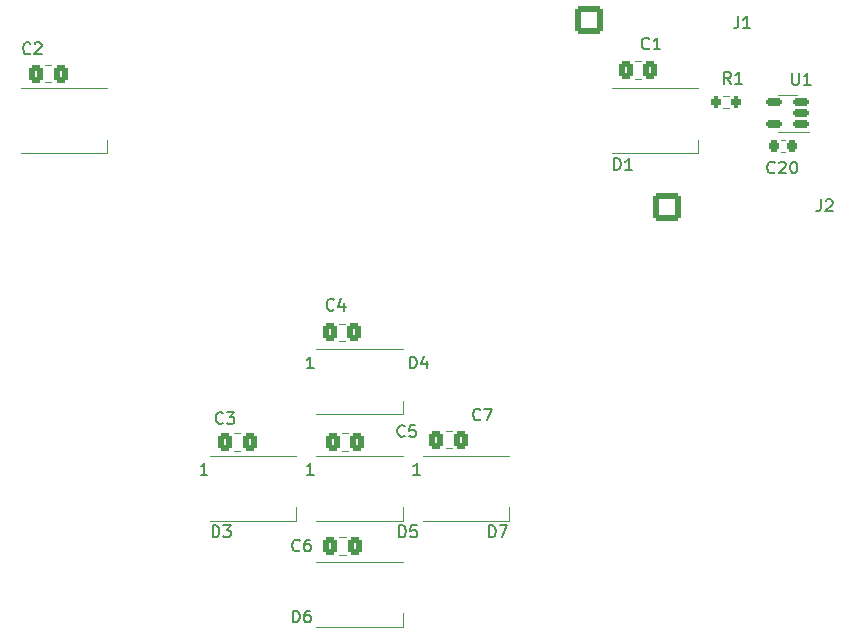
<source format=gto>
G04 #@! TF.GenerationSoftware,KiCad,Pcbnew,7.0.8*
G04 #@! TF.CreationDate,2023-10-23T18:30:09+02:00*
G04 #@! TF.ProjectId,LED_Eyes2,4c45445f-4579-4657-9332-2e6b69636164,rev?*
G04 #@! TF.SameCoordinates,Original*
G04 #@! TF.FileFunction,Legend,Top*
G04 #@! TF.FilePolarity,Positive*
%FSLAX46Y46*%
G04 Gerber Fmt 4.6, Leading zero omitted, Abs format (unit mm)*
G04 Created by KiCad (PCBNEW 7.0.8) date 2023-10-23 18:30:09*
%MOMM*%
%LPD*%
G01*
G04 APERTURE LIST*
G04 Aperture macros list*
%AMRoundRect*
0 Rectangle with rounded corners*
0 $1 Rounding radius*
0 $2 $3 $4 $5 $6 $7 $8 $9 X,Y pos of 4 corners*
0 Add a 4 corners polygon primitive as box body*
4,1,4,$2,$3,$4,$5,$6,$7,$8,$9,$2,$3,0*
0 Add four circle primitives for the rounded corners*
1,1,$1+$1,$2,$3*
1,1,$1+$1,$4,$5*
1,1,$1+$1,$6,$7*
1,1,$1+$1,$8,$9*
0 Add four rect primitives between the rounded corners*
20,1,$1+$1,$2,$3,$4,$5,0*
20,1,$1+$1,$4,$5,$6,$7,0*
20,1,$1+$1,$6,$7,$8,$9,0*
20,1,$1+$1,$8,$9,$2,$3,0*%
G04 Aperture macros list end*
%ADD10C,0.150000*%
%ADD11C,0.120000*%
%ADD12RoundRect,0.250001X-0.899999X-0.899999X0.899999X-0.899999X0.899999X0.899999X-0.899999X0.899999X0*%
%ADD13C,2.300000*%
%ADD14RoundRect,0.250000X-0.337500X-0.475000X0.337500X-0.475000X0.337500X0.475000X-0.337500X0.475000X0*%
%ADD15RoundRect,0.200000X-0.200000X-0.275000X0.200000X-0.275000X0.200000X0.275000X-0.200000X0.275000X0*%
%ADD16RoundRect,0.150000X0.512500X0.150000X-0.512500X0.150000X-0.512500X-0.150000X0.512500X-0.150000X0*%
%ADD17R,1.500000X0.900000*%
%ADD18RoundRect,0.225000X-0.225000X-0.250000X0.225000X-0.250000X0.225000X0.250000X-0.225000X0.250000X0*%
G04 APERTURE END LIST*
D10*
X179066666Y-102154819D02*
X179066666Y-102869104D01*
X179066666Y-102869104D02*
X179019047Y-103011961D01*
X179019047Y-103011961D02*
X178923809Y-103107200D01*
X178923809Y-103107200D02*
X178780952Y-103154819D01*
X178780952Y-103154819D02*
X178685714Y-103154819D01*
X179495238Y-102250057D02*
X179542857Y-102202438D01*
X179542857Y-102202438D02*
X179638095Y-102154819D01*
X179638095Y-102154819D02*
X179876190Y-102154819D01*
X179876190Y-102154819D02*
X179971428Y-102202438D01*
X179971428Y-102202438D02*
X180019047Y-102250057D01*
X180019047Y-102250057D02*
X180066666Y-102345295D01*
X180066666Y-102345295D02*
X180066666Y-102440533D01*
X180066666Y-102440533D02*
X180019047Y-102583390D01*
X180019047Y-102583390D02*
X179447619Y-103154819D01*
X179447619Y-103154819D02*
X180066666Y-103154819D01*
X137833333Y-111459580D02*
X137785714Y-111507200D01*
X137785714Y-111507200D02*
X137642857Y-111554819D01*
X137642857Y-111554819D02*
X137547619Y-111554819D01*
X137547619Y-111554819D02*
X137404762Y-111507200D01*
X137404762Y-111507200D02*
X137309524Y-111411961D01*
X137309524Y-111411961D02*
X137261905Y-111316723D01*
X137261905Y-111316723D02*
X137214286Y-111126247D01*
X137214286Y-111126247D02*
X137214286Y-110983390D01*
X137214286Y-110983390D02*
X137261905Y-110792914D01*
X137261905Y-110792914D02*
X137309524Y-110697676D01*
X137309524Y-110697676D02*
X137404762Y-110602438D01*
X137404762Y-110602438D02*
X137547619Y-110554819D01*
X137547619Y-110554819D02*
X137642857Y-110554819D01*
X137642857Y-110554819D02*
X137785714Y-110602438D01*
X137785714Y-110602438D02*
X137833333Y-110650057D01*
X138690476Y-110888152D02*
X138690476Y-111554819D01*
X138452381Y-110507200D02*
X138214286Y-111221485D01*
X138214286Y-111221485D02*
X138833333Y-111221485D01*
X171433333Y-92354819D02*
X171100000Y-91878628D01*
X170861905Y-92354819D02*
X170861905Y-91354819D01*
X170861905Y-91354819D02*
X171242857Y-91354819D01*
X171242857Y-91354819D02*
X171338095Y-91402438D01*
X171338095Y-91402438D02*
X171385714Y-91450057D01*
X171385714Y-91450057D02*
X171433333Y-91545295D01*
X171433333Y-91545295D02*
X171433333Y-91688152D01*
X171433333Y-91688152D02*
X171385714Y-91783390D01*
X171385714Y-91783390D02*
X171338095Y-91831009D01*
X171338095Y-91831009D02*
X171242857Y-91878628D01*
X171242857Y-91878628D02*
X170861905Y-91878628D01*
X172385714Y-92354819D02*
X171814286Y-92354819D01*
X172100000Y-92354819D02*
X172100000Y-91354819D01*
X172100000Y-91354819D02*
X172004762Y-91497676D01*
X172004762Y-91497676D02*
X171909524Y-91592914D01*
X171909524Y-91592914D02*
X171814286Y-91640533D01*
X176638095Y-91454819D02*
X176638095Y-92264342D01*
X176638095Y-92264342D02*
X176685714Y-92359580D01*
X176685714Y-92359580D02*
X176733333Y-92407200D01*
X176733333Y-92407200D02*
X176828571Y-92454819D01*
X176828571Y-92454819D02*
X177019047Y-92454819D01*
X177019047Y-92454819D02*
X177114285Y-92407200D01*
X177114285Y-92407200D02*
X177161904Y-92359580D01*
X177161904Y-92359580D02*
X177209523Y-92264342D01*
X177209523Y-92264342D02*
X177209523Y-91454819D01*
X178209523Y-92454819D02*
X177638095Y-92454819D01*
X177923809Y-92454819D02*
X177923809Y-91454819D01*
X177923809Y-91454819D02*
X177828571Y-91597676D01*
X177828571Y-91597676D02*
X177733333Y-91692914D01*
X177733333Y-91692914D02*
X177638095Y-91740533D01*
X134933333Y-131859580D02*
X134885714Y-131907200D01*
X134885714Y-131907200D02*
X134742857Y-131954819D01*
X134742857Y-131954819D02*
X134647619Y-131954819D01*
X134647619Y-131954819D02*
X134504762Y-131907200D01*
X134504762Y-131907200D02*
X134409524Y-131811961D01*
X134409524Y-131811961D02*
X134361905Y-131716723D01*
X134361905Y-131716723D02*
X134314286Y-131526247D01*
X134314286Y-131526247D02*
X134314286Y-131383390D01*
X134314286Y-131383390D02*
X134361905Y-131192914D01*
X134361905Y-131192914D02*
X134409524Y-131097676D01*
X134409524Y-131097676D02*
X134504762Y-131002438D01*
X134504762Y-131002438D02*
X134647619Y-130954819D01*
X134647619Y-130954819D02*
X134742857Y-130954819D01*
X134742857Y-130954819D02*
X134885714Y-131002438D01*
X134885714Y-131002438D02*
X134933333Y-131050057D01*
X135790476Y-130954819D02*
X135600000Y-130954819D01*
X135600000Y-130954819D02*
X135504762Y-131002438D01*
X135504762Y-131002438D02*
X135457143Y-131050057D01*
X135457143Y-131050057D02*
X135361905Y-131192914D01*
X135361905Y-131192914D02*
X135314286Y-131383390D01*
X135314286Y-131383390D02*
X135314286Y-131764342D01*
X135314286Y-131764342D02*
X135361905Y-131859580D01*
X135361905Y-131859580D02*
X135409524Y-131907200D01*
X135409524Y-131907200D02*
X135504762Y-131954819D01*
X135504762Y-131954819D02*
X135695238Y-131954819D01*
X135695238Y-131954819D02*
X135790476Y-131907200D01*
X135790476Y-131907200D02*
X135838095Y-131859580D01*
X135838095Y-131859580D02*
X135885714Y-131764342D01*
X135885714Y-131764342D02*
X135885714Y-131526247D01*
X135885714Y-131526247D02*
X135838095Y-131431009D01*
X135838095Y-131431009D02*
X135790476Y-131383390D01*
X135790476Y-131383390D02*
X135695238Y-131335771D01*
X135695238Y-131335771D02*
X135504762Y-131335771D01*
X135504762Y-131335771D02*
X135409524Y-131383390D01*
X135409524Y-131383390D02*
X135361905Y-131431009D01*
X135361905Y-131431009D02*
X135314286Y-131526247D01*
X150233333Y-120759580D02*
X150185714Y-120807200D01*
X150185714Y-120807200D02*
X150042857Y-120854819D01*
X150042857Y-120854819D02*
X149947619Y-120854819D01*
X149947619Y-120854819D02*
X149804762Y-120807200D01*
X149804762Y-120807200D02*
X149709524Y-120711961D01*
X149709524Y-120711961D02*
X149661905Y-120616723D01*
X149661905Y-120616723D02*
X149614286Y-120426247D01*
X149614286Y-120426247D02*
X149614286Y-120283390D01*
X149614286Y-120283390D02*
X149661905Y-120092914D01*
X149661905Y-120092914D02*
X149709524Y-119997676D01*
X149709524Y-119997676D02*
X149804762Y-119902438D01*
X149804762Y-119902438D02*
X149947619Y-119854819D01*
X149947619Y-119854819D02*
X150042857Y-119854819D01*
X150042857Y-119854819D02*
X150185714Y-119902438D01*
X150185714Y-119902438D02*
X150233333Y-119950057D01*
X150566667Y-119854819D02*
X151233333Y-119854819D01*
X151233333Y-119854819D02*
X150804762Y-120854819D01*
X172066666Y-86654819D02*
X172066666Y-87369104D01*
X172066666Y-87369104D02*
X172019047Y-87511961D01*
X172019047Y-87511961D02*
X171923809Y-87607200D01*
X171923809Y-87607200D02*
X171780952Y-87654819D01*
X171780952Y-87654819D02*
X171685714Y-87654819D01*
X173066666Y-87654819D02*
X172495238Y-87654819D01*
X172780952Y-87654819D02*
X172780952Y-86654819D01*
X172780952Y-86654819D02*
X172685714Y-86797676D01*
X172685714Y-86797676D02*
X172590476Y-86892914D01*
X172590476Y-86892914D02*
X172495238Y-86940533D01*
X143361905Y-130754819D02*
X143361905Y-129754819D01*
X143361905Y-129754819D02*
X143600000Y-129754819D01*
X143600000Y-129754819D02*
X143742857Y-129802438D01*
X143742857Y-129802438D02*
X143838095Y-129897676D01*
X143838095Y-129897676D02*
X143885714Y-129992914D01*
X143885714Y-129992914D02*
X143933333Y-130183390D01*
X143933333Y-130183390D02*
X143933333Y-130326247D01*
X143933333Y-130326247D02*
X143885714Y-130516723D01*
X143885714Y-130516723D02*
X143838095Y-130611961D01*
X143838095Y-130611961D02*
X143742857Y-130707200D01*
X143742857Y-130707200D02*
X143600000Y-130754819D01*
X143600000Y-130754819D02*
X143361905Y-130754819D01*
X144838095Y-129754819D02*
X144361905Y-129754819D01*
X144361905Y-129754819D02*
X144314286Y-130231009D01*
X144314286Y-130231009D02*
X144361905Y-130183390D01*
X144361905Y-130183390D02*
X144457143Y-130135771D01*
X144457143Y-130135771D02*
X144695238Y-130135771D01*
X144695238Y-130135771D02*
X144790476Y-130183390D01*
X144790476Y-130183390D02*
X144838095Y-130231009D01*
X144838095Y-130231009D02*
X144885714Y-130326247D01*
X144885714Y-130326247D02*
X144885714Y-130564342D01*
X144885714Y-130564342D02*
X144838095Y-130659580D01*
X144838095Y-130659580D02*
X144790476Y-130707200D01*
X144790476Y-130707200D02*
X144695238Y-130754819D01*
X144695238Y-130754819D02*
X144457143Y-130754819D01*
X144457143Y-130754819D02*
X144361905Y-130707200D01*
X144361905Y-130707200D02*
X144314286Y-130659580D01*
X136135714Y-125454819D02*
X135564286Y-125454819D01*
X135850000Y-125454819D02*
X135850000Y-124454819D01*
X135850000Y-124454819D02*
X135754762Y-124597676D01*
X135754762Y-124597676D02*
X135659524Y-124692914D01*
X135659524Y-124692914D02*
X135564286Y-124740533D01*
X112133333Y-89759580D02*
X112085714Y-89807200D01*
X112085714Y-89807200D02*
X111942857Y-89854819D01*
X111942857Y-89854819D02*
X111847619Y-89854819D01*
X111847619Y-89854819D02*
X111704762Y-89807200D01*
X111704762Y-89807200D02*
X111609524Y-89711961D01*
X111609524Y-89711961D02*
X111561905Y-89616723D01*
X111561905Y-89616723D02*
X111514286Y-89426247D01*
X111514286Y-89426247D02*
X111514286Y-89283390D01*
X111514286Y-89283390D02*
X111561905Y-89092914D01*
X111561905Y-89092914D02*
X111609524Y-88997676D01*
X111609524Y-88997676D02*
X111704762Y-88902438D01*
X111704762Y-88902438D02*
X111847619Y-88854819D01*
X111847619Y-88854819D02*
X111942857Y-88854819D01*
X111942857Y-88854819D02*
X112085714Y-88902438D01*
X112085714Y-88902438D02*
X112133333Y-88950057D01*
X112514286Y-88950057D02*
X112561905Y-88902438D01*
X112561905Y-88902438D02*
X112657143Y-88854819D01*
X112657143Y-88854819D02*
X112895238Y-88854819D01*
X112895238Y-88854819D02*
X112990476Y-88902438D01*
X112990476Y-88902438D02*
X113038095Y-88950057D01*
X113038095Y-88950057D02*
X113085714Y-89045295D01*
X113085714Y-89045295D02*
X113085714Y-89140533D01*
X113085714Y-89140533D02*
X113038095Y-89283390D01*
X113038095Y-89283390D02*
X112466667Y-89854819D01*
X112466667Y-89854819D02*
X113085714Y-89854819D01*
X127561905Y-130754819D02*
X127561905Y-129754819D01*
X127561905Y-129754819D02*
X127800000Y-129754819D01*
X127800000Y-129754819D02*
X127942857Y-129802438D01*
X127942857Y-129802438D02*
X128038095Y-129897676D01*
X128038095Y-129897676D02*
X128085714Y-129992914D01*
X128085714Y-129992914D02*
X128133333Y-130183390D01*
X128133333Y-130183390D02*
X128133333Y-130326247D01*
X128133333Y-130326247D02*
X128085714Y-130516723D01*
X128085714Y-130516723D02*
X128038095Y-130611961D01*
X128038095Y-130611961D02*
X127942857Y-130707200D01*
X127942857Y-130707200D02*
X127800000Y-130754819D01*
X127800000Y-130754819D02*
X127561905Y-130754819D01*
X128466667Y-129754819D02*
X129085714Y-129754819D01*
X129085714Y-129754819D02*
X128752381Y-130135771D01*
X128752381Y-130135771D02*
X128895238Y-130135771D01*
X128895238Y-130135771D02*
X128990476Y-130183390D01*
X128990476Y-130183390D02*
X129038095Y-130231009D01*
X129038095Y-130231009D02*
X129085714Y-130326247D01*
X129085714Y-130326247D02*
X129085714Y-130564342D01*
X129085714Y-130564342D02*
X129038095Y-130659580D01*
X129038095Y-130659580D02*
X128990476Y-130707200D01*
X128990476Y-130707200D02*
X128895238Y-130754819D01*
X128895238Y-130754819D02*
X128609524Y-130754819D01*
X128609524Y-130754819D02*
X128514286Y-130707200D01*
X128514286Y-130707200D02*
X128466667Y-130659580D01*
X127135714Y-125454819D02*
X126564286Y-125454819D01*
X126850000Y-125454819D02*
X126850000Y-124454819D01*
X126850000Y-124454819D02*
X126754762Y-124597676D01*
X126754762Y-124597676D02*
X126659524Y-124692914D01*
X126659524Y-124692914D02*
X126564286Y-124740533D01*
X161561905Y-99654819D02*
X161561905Y-98654819D01*
X161561905Y-98654819D02*
X161800000Y-98654819D01*
X161800000Y-98654819D02*
X161942857Y-98702438D01*
X161942857Y-98702438D02*
X162038095Y-98797676D01*
X162038095Y-98797676D02*
X162085714Y-98892914D01*
X162085714Y-98892914D02*
X162133333Y-99083390D01*
X162133333Y-99083390D02*
X162133333Y-99226247D01*
X162133333Y-99226247D02*
X162085714Y-99416723D01*
X162085714Y-99416723D02*
X162038095Y-99511961D01*
X162038095Y-99511961D02*
X161942857Y-99607200D01*
X161942857Y-99607200D02*
X161800000Y-99654819D01*
X161800000Y-99654819D02*
X161561905Y-99654819D01*
X163085714Y-99654819D02*
X162514286Y-99654819D01*
X162800000Y-99654819D02*
X162800000Y-98654819D01*
X162800000Y-98654819D02*
X162704762Y-98797676D01*
X162704762Y-98797676D02*
X162609524Y-98892914D01*
X162609524Y-98892914D02*
X162514286Y-98940533D01*
X134361905Y-137954819D02*
X134361905Y-136954819D01*
X134361905Y-136954819D02*
X134600000Y-136954819D01*
X134600000Y-136954819D02*
X134742857Y-137002438D01*
X134742857Y-137002438D02*
X134838095Y-137097676D01*
X134838095Y-137097676D02*
X134885714Y-137192914D01*
X134885714Y-137192914D02*
X134933333Y-137383390D01*
X134933333Y-137383390D02*
X134933333Y-137526247D01*
X134933333Y-137526247D02*
X134885714Y-137716723D01*
X134885714Y-137716723D02*
X134838095Y-137811961D01*
X134838095Y-137811961D02*
X134742857Y-137907200D01*
X134742857Y-137907200D02*
X134600000Y-137954819D01*
X134600000Y-137954819D02*
X134361905Y-137954819D01*
X135790476Y-136954819D02*
X135600000Y-136954819D01*
X135600000Y-136954819D02*
X135504762Y-137002438D01*
X135504762Y-137002438D02*
X135457143Y-137050057D01*
X135457143Y-137050057D02*
X135361905Y-137192914D01*
X135361905Y-137192914D02*
X135314286Y-137383390D01*
X135314286Y-137383390D02*
X135314286Y-137764342D01*
X135314286Y-137764342D02*
X135361905Y-137859580D01*
X135361905Y-137859580D02*
X135409524Y-137907200D01*
X135409524Y-137907200D02*
X135504762Y-137954819D01*
X135504762Y-137954819D02*
X135695238Y-137954819D01*
X135695238Y-137954819D02*
X135790476Y-137907200D01*
X135790476Y-137907200D02*
X135838095Y-137859580D01*
X135838095Y-137859580D02*
X135885714Y-137764342D01*
X135885714Y-137764342D02*
X135885714Y-137526247D01*
X135885714Y-137526247D02*
X135838095Y-137431009D01*
X135838095Y-137431009D02*
X135790476Y-137383390D01*
X135790476Y-137383390D02*
X135695238Y-137335771D01*
X135695238Y-137335771D02*
X135504762Y-137335771D01*
X135504762Y-137335771D02*
X135409524Y-137383390D01*
X135409524Y-137383390D02*
X135361905Y-137431009D01*
X135361905Y-137431009D02*
X135314286Y-137526247D01*
X143833333Y-122159580D02*
X143785714Y-122207200D01*
X143785714Y-122207200D02*
X143642857Y-122254819D01*
X143642857Y-122254819D02*
X143547619Y-122254819D01*
X143547619Y-122254819D02*
X143404762Y-122207200D01*
X143404762Y-122207200D02*
X143309524Y-122111961D01*
X143309524Y-122111961D02*
X143261905Y-122016723D01*
X143261905Y-122016723D02*
X143214286Y-121826247D01*
X143214286Y-121826247D02*
X143214286Y-121683390D01*
X143214286Y-121683390D02*
X143261905Y-121492914D01*
X143261905Y-121492914D02*
X143309524Y-121397676D01*
X143309524Y-121397676D02*
X143404762Y-121302438D01*
X143404762Y-121302438D02*
X143547619Y-121254819D01*
X143547619Y-121254819D02*
X143642857Y-121254819D01*
X143642857Y-121254819D02*
X143785714Y-121302438D01*
X143785714Y-121302438D02*
X143833333Y-121350057D01*
X144738095Y-121254819D02*
X144261905Y-121254819D01*
X144261905Y-121254819D02*
X144214286Y-121731009D01*
X144214286Y-121731009D02*
X144261905Y-121683390D01*
X144261905Y-121683390D02*
X144357143Y-121635771D01*
X144357143Y-121635771D02*
X144595238Y-121635771D01*
X144595238Y-121635771D02*
X144690476Y-121683390D01*
X144690476Y-121683390D02*
X144738095Y-121731009D01*
X144738095Y-121731009D02*
X144785714Y-121826247D01*
X144785714Y-121826247D02*
X144785714Y-122064342D01*
X144785714Y-122064342D02*
X144738095Y-122159580D01*
X144738095Y-122159580D02*
X144690476Y-122207200D01*
X144690476Y-122207200D02*
X144595238Y-122254819D01*
X144595238Y-122254819D02*
X144357143Y-122254819D01*
X144357143Y-122254819D02*
X144261905Y-122207200D01*
X144261905Y-122207200D02*
X144214286Y-122159580D01*
X128433333Y-121059580D02*
X128385714Y-121107200D01*
X128385714Y-121107200D02*
X128242857Y-121154819D01*
X128242857Y-121154819D02*
X128147619Y-121154819D01*
X128147619Y-121154819D02*
X128004762Y-121107200D01*
X128004762Y-121107200D02*
X127909524Y-121011961D01*
X127909524Y-121011961D02*
X127861905Y-120916723D01*
X127861905Y-120916723D02*
X127814286Y-120726247D01*
X127814286Y-120726247D02*
X127814286Y-120583390D01*
X127814286Y-120583390D02*
X127861905Y-120392914D01*
X127861905Y-120392914D02*
X127909524Y-120297676D01*
X127909524Y-120297676D02*
X128004762Y-120202438D01*
X128004762Y-120202438D02*
X128147619Y-120154819D01*
X128147619Y-120154819D02*
X128242857Y-120154819D01*
X128242857Y-120154819D02*
X128385714Y-120202438D01*
X128385714Y-120202438D02*
X128433333Y-120250057D01*
X128766667Y-120154819D02*
X129385714Y-120154819D01*
X129385714Y-120154819D02*
X129052381Y-120535771D01*
X129052381Y-120535771D02*
X129195238Y-120535771D01*
X129195238Y-120535771D02*
X129290476Y-120583390D01*
X129290476Y-120583390D02*
X129338095Y-120631009D01*
X129338095Y-120631009D02*
X129385714Y-120726247D01*
X129385714Y-120726247D02*
X129385714Y-120964342D01*
X129385714Y-120964342D02*
X129338095Y-121059580D01*
X129338095Y-121059580D02*
X129290476Y-121107200D01*
X129290476Y-121107200D02*
X129195238Y-121154819D01*
X129195238Y-121154819D02*
X128909524Y-121154819D01*
X128909524Y-121154819D02*
X128814286Y-121107200D01*
X128814286Y-121107200D02*
X128766667Y-121059580D01*
X144261905Y-116454819D02*
X144261905Y-115454819D01*
X144261905Y-115454819D02*
X144500000Y-115454819D01*
X144500000Y-115454819D02*
X144642857Y-115502438D01*
X144642857Y-115502438D02*
X144738095Y-115597676D01*
X144738095Y-115597676D02*
X144785714Y-115692914D01*
X144785714Y-115692914D02*
X144833333Y-115883390D01*
X144833333Y-115883390D02*
X144833333Y-116026247D01*
X144833333Y-116026247D02*
X144785714Y-116216723D01*
X144785714Y-116216723D02*
X144738095Y-116311961D01*
X144738095Y-116311961D02*
X144642857Y-116407200D01*
X144642857Y-116407200D02*
X144500000Y-116454819D01*
X144500000Y-116454819D02*
X144261905Y-116454819D01*
X145690476Y-115788152D02*
X145690476Y-116454819D01*
X145452381Y-115407200D02*
X145214286Y-116121485D01*
X145214286Y-116121485D02*
X145833333Y-116121485D01*
X136135714Y-116454819D02*
X135564286Y-116454819D01*
X135850000Y-116454819D02*
X135850000Y-115454819D01*
X135850000Y-115454819D02*
X135754762Y-115597676D01*
X135754762Y-115597676D02*
X135659524Y-115692914D01*
X135659524Y-115692914D02*
X135564286Y-115740533D01*
X150961905Y-130754819D02*
X150961905Y-129754819D01*
X150961905Y-129754819D02*
X151200000Y-129754819D01*
X151200000Y-129754819D02*
X151342857Y-129802438D01*
X151342857Y-129802438D02*
X151438095Y-129897676D01*
X151438095Y-129897676D02*
X151485714Y-129992914D01*
X151485714Y-129992914D02*
X151533333Y-130183390D01*
X151533333Y-130183390D02*
X151533333Y-130326247D01*
X151533333Y-130326247D02*
X151485714Y-130516723D01*
X151485714Y-130516723D02*
X151438095Y-130611961D01*
X151438095Y-130611961D02*
X151342857Y-130707200D01*
X151342857Y-130707200D02*
X151200000Y-130754819D01*
X151200000Y-130754819D02*
X150961905Y-130754819D01*
X151866667Y-129754819D02*
X152533333Y-129754819D01*
X152533333Y-129754819D02*
X152104762Y-130754819D01*
X145135714Y-125454819D02*
X144564286Y-125454819D01*
X144850000Y-125454819D02*
X144850000Y-124454819D01*
X144850000Y-124454819D02*
X144754762Y-124597676D01*
X144754762Y-124597676D02*
X144659524Y-124692914D01*
X144659524Y-124692914D02*
X144564286Y-124740533D01*
X175157142Y-99859580D02*
X175109523Y-99907200D01*
X175109523Y-99907200D02*
X174966666Y-99954819D01*
X174966666Y-99954819D02*
X174871428Y-99954819D01*
X174871428Y-99954819D02*
X174728571Y-99907200D01*
X174728571Y-99907200D02*
X174633333Y-99811961D01*
X174633333Y-99811961D02*
X174585714Y-99716723D01*
X174585714Y-99716723D02*
X174538095Y-99526247D01*
X174538095Y-99526247D02*
X174538095Y-99383390D01*
X174538095Y-99383390D02*
X174585714Y-99192914D01*
X174585714Y-99192914D02*
X174633333Y-99097676D01*
X174633333Y-99097676D02*
X174728571Y-99002438D01*
X174728571Y-99002438D02*
X174871428Y-98954819D01*
X174871428Y-98954819D02*
X174966666Y-98954819D01*
X174966666Y-98954819D02*
X175109523Y-99002438D01*
X175109523Y-99002438D02*
X175157142Y-99050057D01*
X175538095Y-99050057D02*
X175585714Y-99002438D01*
X175585714Y-99002438D02*
X175680952Y-98954819D01*
X175680952Y-98954819D02*
X175919047Y-98954819D01*
X175919047Y-98954819D02*
X176014285Y-99002438D01*
X176014285Y-99002438D02*
X176061904Y-99050057D01*
X176061904Y-99050057D02*
X176109523Y-99145295D01*
X176109523Y-99145295D02*
X176109523Y-99240533D01*
X176109523Y-99240533D02*
X176061904Y-99383390D01*
X176061904Y-99383390D02*
X175490476Y-99954819D01*
X175490476Y-99954819D02*
X176109523Y-99954819D01*
X176728571Y-98954819D02*
X176823809Y-98954819D01*
X176823809Y-98954819D02*
X176919047Y-99002438D01*
X176919047Y-99002438D02*
X176966666Y-99050057D01*
X176966666Y-99050057D02*
X177014285Y-99145295D01*
X177014285Y-99145295D02*
X177061904Y-99335771D01*
X177061904Y-99335771D02*
X177061904Y-99573866D01*
X177061904Y-99573866D02*
X177014285Y-99764342D01*
X177014285Y-99764342D02*
X176966666Y-99859580D01*
X176966666Y-99859580D02*
X176919047Y-99907200D01*
X176919047Y-99907200D02*
X176823809Y-99954819D01*
X176823809Y-99954819D02*
X176728571Y-99954819D01*
X176728571Y-99954819D02*
X176633333Y-99907200D01*
X176633333Y-99907200D02*
X176585714Y-99859580D01*
X176585714Y-99859580D02*
X176538095Y-99764342D01*
X176538095Y-99764342D02*
X176490476Y-99573866D01*
X176490476Y-99573866D02*
X176490476Y-99335771D01*
X176490476Y-99335771D02*
X176538095Y-99145295D01*
X176538095Y-99145295D02*
X176585714Y-99050057D01*
X176585714Y-99050057D02*
X176633333Y-99002438D01*
X176633333Y-99002438D02*
X176728571Y-98954819D01*
X164533333Y-89359580D02*
X164485714Y-89407200D01*
X164485714Y-89407200D02*
X164342857Y-89454819D01*
X164342857Y-89454819D02*
X164247619Y-89454819D01*
X164247619Y-89454819D02*
X164104762Y-89407200D01*
X164104762Y-89407200D02*
X164009524Y-89311961D01*
X164009524Y-89311961D02*
X163961905Y-89216723D01*
X163961905Y-89216723D02*
X163914286Y-89026247D01*
X163914286Y-89026247D02*
X163914286Y-88883390D01*
X163914286Y-88883390D02*
X163961905Y-88692914D01*
X163961905Y-88692914D02*
X164009524Y-88597676D01*
X164009524Y-88597676D02*
X164104762Y-88502438D01*
X164104762Y-88502438D02*
X164247619Y-88454819D01*
X164247619Y-88454819D02*
X164342857Y-88454819D01*
X164342857Y-88454819D02*
X164485714Y-88502438D01*
X164485714Y-88502438D02*
X164533333Y-88550057D01*
X165485714Y-89454819D02*
X164914286Y-89454819D01*
X165200000Y-89454819D02*
X165200000Y-88454819D01*
X165200000Y-88454819D02*
X165104762Y-88597676D01*
X165104762Y-88597676D02*
X165009524Y-88692914D01*
X165009524Y-88692914D02*
X164914286Y-88740533D01*
D11*
X138276248Y-112665000D02*
X138798752Y-112665000D01*
X138276248Y-114135000D02*
X138798752Y-114135000D01*
X170787742Y-93377500D02*
X171262258Y-93377500D01*
X170787742Y-94422500D02*
X171262258Y-94422500D01*
X176237500Y-96410000D02*
X178037500Y-96410000D01*
X176237500Y-96410000D02*
X175437500Y-96410000D01*
X176237500Y-93290000D02*
X177037500Y-93290000D01*
X176237500Y-93290000D02*
X175437500Y-93290000D01*
X138301248Y-130765000D02*
X138823752Y-130765000D01*
X138301248Y-132235000D02*
X138823752Y-132235000D01*
X147301248Y-121765000D02*
X147823752Y-121765000D01*
X147301248Y-123235000D02*
X147823752Y-123235000D01*
X111350000Y-92750000D02*
X118650000Y-92750000D01*
X111350000Y-98250000D02*
X118650000Y-98250000D01*
X118650000Y-98250000D02*
X118650000Y-97100000D01*
X136350000Y-123850000D02*
X143650000Y-123850000D01*
X136350000Y-129350000D02*
X143650000Y-129350000D01*
X143650000Y-129350000D02*
X143650000Y-128200000D01*
X113401248Y-90765000D02*
X113923752Y-90765000D01*
X113401248Y-92235000D02*
X113923752Y-92235000D01*
X127350000Y-123850000D02*
X134650000Y-123850000D01*
X127350000Y-129350000D02*
X134650000Y-129350000D01*
X134650000Y-129350000D02*
X134650000Y-128200000D01*
X161350000Y-92750000D02*
X168650000Y-92750000D01*
X161350000Y-98250000D02*
X168650000Y-98250000D01*
X168650000Y-98250000D02*
X168650000Y-97100000D01*
X136350000Y-132850000D02*
X143650000Y-132850000D01*
X136350000Y-138350000D02*
X143650000Y-138350000D01*
X143650000Y-138350000D02*
X143650000Y-137200000D01*
X138501248Y-121965000D02*
X139023752Y-121965000D01*
X138501248Y-123435000D02*
X139023752Y-123435000D01*
X129401248Y-121965000D02*
X129923752Y-121965000D01*
X129401248Y-123435000D02*
X129923752Y-123435000D01*
X136350000Y-114850000D02*
X143650000Y-114850000D01*
X136350000Y-120350000D02*
X143650000Y-120350000D01*
X143650000Y-120350000D02*
X143650000Y-119200000D01*
X145350000Y-123850000D02*
X152650000Y-123850000D01*
X145350000Y-129350000D02*
X152650000Y-129350000D01*
X152650000Y-129350000D02*
X152650000Y-128200000D01*
X175734420Y-97090000D02*
X176015580Y-97090000D01*
X175734420Y-98110000D02*
X176015580Y-98110000D01*
X163338748Y-90465000D02*
X163861252Y-90465000D01*
X163338748Y-91935000D02*
X163861252Y-91935000D01*
%LPC*%
D12*
X166000000Y-102800000D03*
D13*
X170800000Y-102800000D03*
X175600000Y-102800000D03*
D14*
X137500000Y-113400000D03*
X139575000Y-113400000D03*
D15*
X170200000Y-93900000D03*
X171850000Y-93900000D03*
D16*
X177375000Y-95800000D03*
X177375000Y-94850000D03*
X177375000Y-93900000D03*
X175100000Y-93900000D03*
X175100000Y-95800000D03*
D14*
X137525000Y-131500000D03*
X139600000Y-131500000D03*
X146525000Y-122500000D03*
X148600000Y-122500000D03*
D17*
X112550000Y-93850000D03*
X112550000Y-97150000D03*
X117450000Y-97150000D03*
X117450000Y-93850000D03*
D12*
X159400000Y-87000000D03*
D13*
X164200000Y-87000000D03*
X169000000Y-87000000D03*
D17*
X137550000Y-124950000D03*
X137550000Y-128250000D03*
X142450000Y-128250000D03*
X142450000Y-124950000D03*
D14*
X112625000Y-91500000D03*
X114700000Y-91500000D03*
D17*
X128550000Y-124950000D03*
X128550000Y-128250000D03*
X133450000Y-128250000D03*
X133450000Y-124950000D03*
X162550000Y-93850000D03*
X162550000Y-97150000D03*
X167450000Y-97150000D03*
X167450000Y-93850000D03*
X137550000Y-133950000D03*
X137550000Y-137250000D03*
X142450000Y-137250000D03*
X142450000Y-133950000D03*
D14*
X137725000Y-122700000D03*
X139800000Y-122700000D03*
X128625000Y-122700000D03*
X130700000Y-122700000D03*
D17*
X137550000Y-115950000D03*
X137550000Y-119250000D03*
X142450000Y-119250000D03*
X142450000Y-115950000D03*
X146550000Y-124950000D03*
X146550000Y-128250000D03*
X151450000Y-128250000D03*
X151450000Y-124950000D03*
D18*
X175100000Y-97600000D03*
X176650000Y-97600000D03*
D14*
X162562500Y-91200000D03*
X164637500Y-91200000D03*
%LPD*%
M02*

</source>
